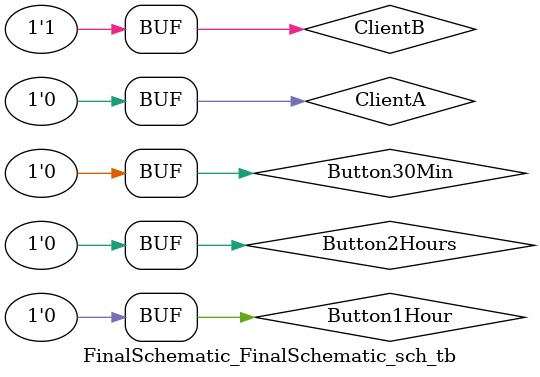
<source format=v>

`timescale 1ns / 1ps

module FinalSchematic_FinalSchematic_sch_tb();

// Inputs
   reg ClientA;
   reg Button2Hours;
   reg Button30Min;
   reg Button1Hour;
   reg ClientB;

// Output
   wire [5:0] ValueToPay;
   wire [48:0] StudentNumbers;

// Bidirs

// Instantiate the UUT
   FinalSchematic UUT (
		.ClientA(ClientA), 
		.Button2Hours(Button2Hours), 
		.Button30Min(Button30Min), 
		.Button1Hour(Button1Hour), 
		.ClientB(ClientB), 
		.ValueToPay(ValueToPay), 
		.StudentNumbers(StudentNumbers)
   );
// Initialize Inputs
   `ifdef auto_init
       initial begin
		ClientA = 0;
		Button2Hours = 0;
		Button30Min = 0;
		Button1Hour = 0;
		ClientB = 0;
   `endif
	
	initial begin
		ClientA = 0;
		Button2Hours = 0;
		Button30Min = 0;
		Button1Hour = 0;
		ClientB = 0;
		
		#100
		ClientA = 1;
		
		#100
		ClientA = 0;
		ClientB = 1;
	
	end
	
endmodule

</source>
